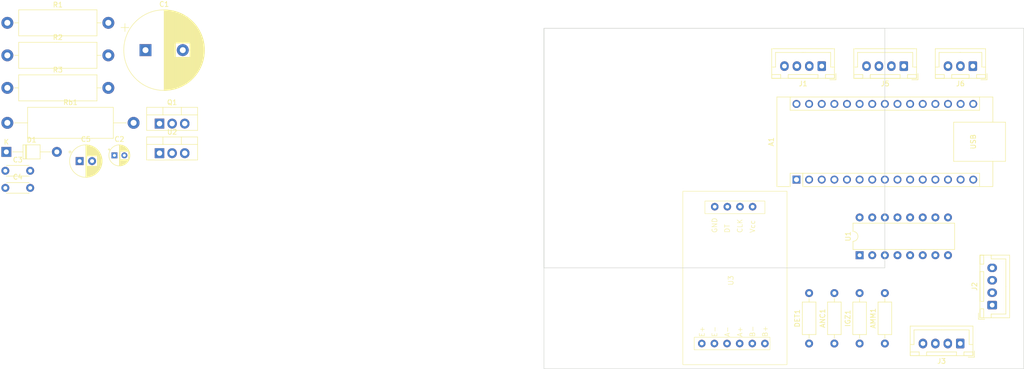
<source format=kicad_pcb>
(kicad_pcb (version 20221018) (generator pcbnew)
  (layers (0 "F.Cu" signal) (31 "B.Cu" signal) (34 "B.Paste" user) (35 "F.Paste" user) (36 "B.SilkS" user "B.Silkscreen") (37 "F.SilkS" user "F.Silkscreen") (38 "B.Mask" user) (39 "F.Mask" user) (44 "Edge.Cuts" user))
  (net 0 "")
  (net 4 "GND")
  (net 5 "Net-(A1-D2)")
  (net 6 "Net-(A1-D3)")
  (net 7 "Net-(A1-D4)")
  (net 8 "Net-(A1-D8)")
  (net 9 "Net-(A1-D9)")
  (net 20 "+9V")
  (net 21 "Net-(U1-QD)")
  (net 22 "Net-(U1-QB)")
  (net 23 "Net-(U1-QA)")
  (net 24 "Net-(U1-QC)")
  (net 26 "+5V")
  (net 27 "+12V")
  (net 28 "Net-(Q1-B)")
  (net 29 "Net-(R1-Pad2)")
  (net 30 "Net-(R2-Pad2)")
  (net 45 "Net-(A1-A1)")
  (net 46 "Net-(A1-A2)")
  (net 47 "Net-(A1-A3)")
  (net 48 "Net-(A1-A4)")
  (net 49 "Net-(A1-A5)")
  (net 50 "Net-(J3-Pin_4)")
  (net 51 "Net-(J3-Pin_2)")
  (net 52 "Net-(J3-Pin_1)")
  (net 53 "Net-(J3-Pin_3)")
  (net 54 "Net-(J2-Pin_1)")
  (net 55 "Net-(J2-Pin_2)")
  (net 56 "Net-(J2-Pin_3)")
  (net 57 "Net-(J2-Pin_4)")
  (footprint "Package_TO_SOT_THT:TO-220-3_Vertical" (layer "F.Cu") (at -49.4 49.68)
    (fp_text reference "Q1" (at 2.54 -4.27) (layer "F.SilkS"))
    (fp_text value "TIP42")
    (pad "1" thru_hole rect (at 0 0) (size 1.905 2) (drill 1.1) (layers "*.Cu" "*.Mask") (net 28 "Net-(Q1-B)"))
    (pad "2" thru_hole oval (at 2.54 0) (size 1.905 2) (drill 1.1) (layers "*.Cu" "*.Mask") (net 26 "+5V"))
    (pad "3" thru_hole oval (at 5.08 0) (size 1.905 2) (drill 1.1) (layers "*.Cu" "*.Mask") (net 27 "+12V"))
  )
  (footprint "Resistor_THT:R_Axial_DIN0617_L17.0mm_D6.0mm_P25.40mm_Horizontal" (layer "F.Cu") (at -80.01 49.53)
    (fp_text reference "Rb1" (at 12.7 -4.12) (layer "F.SilkS"))
    (fp_text value "1.5R")
    (pad "1" thru_hole circle (at 0 0) (size 2.4 2.4) (drill 1.2) (layers "*.Cu" "*.Mask") (net 27 "+12V"))
    (pad "2" thru_hole oval (at 25.4 0) (size 2.4 2.4) (drill 1.2) (layers "*.Cu" "*.Mask") (net 28 "Net-(Q1-B)"))
  )
  (footprint "Resistor_THT:R_Axial_DIN0207_L6.3mm_D2.5mm_P10.16mm_Horizontal" (layer "F.Cu") (at 81.28 93.98 90)
    (fp_text reference "DET1" (at 5.08 -2.37 90) (layer "F.SilkS"))
    (fp_text value "330R")
    (pad "1" thru_hole circle (at 0 0 90) (size 1.6 1.6) (drill 0.8) (layers "*.Cu" "*.Mask") (net 52 "Net-(J3-Pin_1)"))
    (pad "2" thru_hole oval (at 10.16 0 90) (size 1.6 1.6) (drill 0.8) (layers "*.Cu" "*.Mask") (net 23 "Net-(U1-QA)"))
  )
  (footprint "Connector_JST:JST_XH_B4B-XH-A_1x04_P2.50mm_Vertical" (layer "F.Cu") (at 111.68 93.98 180)
    (fp_text reference "J3" (at 3.75 -3.55) (layer "F.SilkS"))
    (fp_text value "Led")
    (pad "1" thru_hole roundrect (at 0 0 180) (size 1.7 1.95) (drill 0.95) (layers "*.Cu" "*.Mask") (roundrect_rratio 0.147059) (net 52 "Net-(J3-Pin_1)"))
    (pad "2" thru_hole oval (at 2.5 0 180) (size 1.7 1.95) (drill 0.95) (layers "*.Cu" "*.Mask") (net 51 "Net-(J3-Pin_2)"))
    (pad "3" thru_hole oval (at 5 0 180) (size 1.7 1.95) (drill 0.95) (layers "*.Cu" "*.Mask") (net 53 "Net-(J3-Pin_3)"))
    (pad "4" thru_hole oval (at 7.5 0 180) (size 1.7 1.95) (drill 0.95) (layers "*.Cu" "*.Mask") (net 50 "Net-(J3-Pin_4)"))
  )
  (footprint "Capacitor_THT:CP_Radial_D6.3mm_P2.50mm" (layer "F.Cu") (at -65.464759 57.23)
    (fp_text reference "C5" (at 1.25 -4.4) (layer "F.SilkS"))
    (fp_text value "470uF")
    (pad "1" thru_hole rect (at 0 0) (size 1.6 1.6) (drill 0.8) (layers "*.Cu" "*.Mask") (net 26 "+5V"))
    (pad "2" thru_hole circle (at 2.5 0) (size 1.6 1.6) (drill 0.8) (layers "*.Cu" "*.Mask") (net 4 "GND"))
  )
  (footprint "Resistor_THT:R_Axial_DIN0207_L6.3mm_D2.5mm_P10.16mm_Horizontal" (layer "F.Cu") (at 91.44 93.98 90)
    (fp_text reference "IGZ1" (at 5.08 -2.37 90) (layer "F.SilkS"))
    (fp_text value "330R")
    (pad "1" thru_hole circle (at 0 0 90) (size 1.6 1.6) (drill 0.8) (layers "*.Cu" "*.Mask") (net 53 "Net-(J3-Pin_3)"))
    (pad "2" thru_hole oval (at 10.16 0 90) (size 1.6 1.6) (drill 0.8) (layers "*.Cu" "*.Mask") (net 24 "Net-(U1-QC)"))
  )
  (footprint "Resistor_THT:R_Axial_DIN0516_L15.5mm_D5.0mm_P20.32mm_Horizontal" (layer "F.Cu") (at -80.01 29.38)
    (fp_text reference "R1" (at 10.16 -3.62) (layer "F.SilkS"))
    (fp_text value "10R")
    (pad "1" thru_hole circle (at 0 0) (size 2.4 2.4) (drill 1.2) (layers "*.Cu" "*.Mask") (net 27 "+12V"))
    (pad "2" thru_hole oval (at 20.32 0) (size 2.4 2.4) (drill 1.2) (layers "*.Cu" "*.Mask") (net 29 "Net-(R1-Pad2)"))
  )
  (footprint "Module:Arduino_Nano" (layer "F.Cu") (at 78.74 60.96 90)
    (fp_text reference "A1" (at 7.62 -5.08 90) (layer "F.SilkS"))
    (fp_text value "Arduino_Nano_v3.x")
    (fp_text user "USB" (at 7.62 35.56 90 unlocked) (layer "F.SilkS"))
    (pad "1" thru_hole rect (at 0 0 90) (size 1.6 1.6) (drill 1) (layers "*.Cu" "*.Mask"))
    (pad "2" thru_hole oval (at 0 2.54 90) (size 1.6 1.6) (drill 1) (layers "*.Cu" "*.Mask"))
    (pad "3" thru_hole oval (at 0 5.08 90) (size 1.6 1.6) (drill 1) (layers "*.Cu" "*.Mask"))
    (pad "4" thru_hole oval (at 0 7.62 90) (size 1.6 1.6) (drill 1) (layers "*.Cu" "*.Mask") (net 4 "GND"))
    (pad "5" thru_hole oval (at 0 10.16 90) (size 1.6 1.6) (drill 1) (layers "*.Cu" "*.Mask") (net 5 "Net-(A1-D2)"))
    (pad "6" thru_hole oval (at 0 12.7 90) (size 1.6 1.6) (drill 1) (layers "*.Cu" "*.Mask") (net 6 "Net-(A1-D3)"))
    (pad "7" thru_hole oval (at 0 15.24 90) (size 1.6 1.6) (drill 1) (layers "*.Cu" "*.Mask") (net 7 "Net-(A1-D4)"))
    (pad "8" thru_hole oval (at 0 17.78 90) (size 1.6 1.6) (drill 1) (layers "*.Cu" "*.Mask"))
    (pad "9" thru_hole oval (at 0 20.32 90) (size 1.6 1.6) (drill 1) (layers "*.Cu" "*.Mask"))
    (pad "10" thru_hole oval (at 0 22.86 90) (size 1.6 1.6) (drill 1) (layers "*.Cu" "*.Mask"))
    (pad "11" thru_hole oval (at 0 25.4 90) (size 1.6 1.6) (drill 1) (layers "*.Cu" "*.Mask") (net 8 "Net-(A1-D8)"))
    (pad "12" thru_hole oval (at 0 27.94 90) (size 1.6 1.6) (drill 1) (layers "*.Cu" "*.Mask") (net 9 "Net-(A1-D9)"))
    (pad "13" thru_hole oval (at 0 30.48 90) (size 1.6 1.6) (drill 1) (layers "*.Cu" "*.Mask"))
    (pad "14" thru_hole oval (at 0 33.02 90) (size 1.6 1.6) (drill 1) (layers "*.Cu" "*.Mask"))
    (pad "15" thru_hole oval (at 0 35.56 90) (size 1.6 1.6) (drill 1) (layers "*.Cu" "*.Mask"))
    (pad "16" thru_hole oval (at 15.24 35.56 90) (size 1.6 1.6) (drill 1) (layers "*.Cu" "*.Mask"))
    (pad "17" thru_hole oval (at 15.24 33.02 90) (size 1.6 1.6) (drill 1) (layers "*.Cu" "*.Mask"))
    (pad "18" thru_hole oval (at 15.24 30.48 90) (size 1.6 1.6) (drill 1) (layers "*.Cu" "*.Mask"))
    (pad "19" thru_hole oval (at 15.24 27.94 90) (size 1.6 1.6) (drill 1) (layers "*.Cu" "*.Mask"))
    (pad "20" thru_hole oval (at 15.24 25.4 90) (size 1.6 1.6) (drill 1) (layers "*.Cu" "*.Mask") (net 45 "Net-(A1-A1)"))
    (pad "21" thru_hole oval (at 15.24 22.86 90) (size 1.6 1.6) (drill 1) (layers "*.Cu" "*.Mask") (net 46 "Net-(A1-A2)"))
    (pad "22" thru_hole oval (at 15.24 20.32 90) (size 1.6 1.6) (drill 1) (layers "*.Cu" "*.Mask") (net 47 "Net-(A1-A3)"))
    (pad "23" thru_hole oval (at 15.24 17.78 90) (size 1.6 1.6) (drill 1) (layers "*.Cu" "*.Mask") (net 48 "Net-(A1-A4)"))
    (pad "24" thru_hole oval (at 15.24 15.24 90) (size 1.6 1.6) (drill 1) (layers "*.Cu" "*.Mask") (net 49 "Net-(A1-A5)"))
    (pad "25" thru_hole oval (at 15.24 12.7 90) (size 1.6 1.6) (drill 1) (layers "*.Cu" "*.Mask"))
    (pad "26" thru_hole oval (at 15.24 10.16 90) (size 1.6 1.6) (drill 1) (layers "*.Cu" "*.Mask"))
    (pad "27" thru_hole oval (at 15.24 7.62 90) (size 1.6 1.6) (drill 1) (layers "*.Cu" "*.Mask"))
    (pad "28" thru_hole oval (at 15.24 5.08 90) (size 1.6 1.6) (drill 1) (layers "*.Cu" "*.Mask"))
    (pad "29" thru_hole oval (at 15.24 2.54 90) (size 1.6 1.6) (drill 1) (layers "*.Cu" "*.Mask") (net 4 "GND"))
    (pad "30" thru_hole oval (at 15.24 0 90) (size 1.6 1.6) (drill 1) (layers "*.Cu" "*.Mask") (net 20 "+9V"))
  )
  (footprint "Package_DIP:DIP-16_W7.62mm" (layer "F.Cu") (at 91.44 76.2 90)
    (fp_text reference "U1" (at 3.81 -2.33 90) (layer "F.SilkS"))
    (fp_text value "74HC595")
    (pad "1" thru_hole rect (at 0 0 90) (size 1.6 1.6) (drill 0.8) (layers "*.Cu" "*.Mask") (net 22 "Net-(U1-QB)"))
    (pad "2" thru_hole oval (at 0 2.54 90) (size 1.6 1.6) (drill 0.8) (layers "*.Cu" "*.Mask") (net 24 "Net-(U1-QC)"))
    (pad "3" thru_hole oval (at 0 5.08 90) (size 1.6 1.6) (drill 0.8) (layers "*.Cu" "*.Mask") (net 21 "Net-(U1-QD)"))
    (pad "4" thru_hole oval (at 0 7.62 90) (size 1.6 1.6) (drill 0.8) (layers "*.Cu" "*.Mask") (net 54 "Net-(J2-Pin_1)"))
    (pad "5" thru_hole oval (at 0 10.16 90) (size 1.6 1.6) (drill 0.8) (layers "*.Cu" "*.Mask") (net 55 "Net-(J2-Pin_2)"))
    (pad "6" thru_hole oval (at 0 12.7 90) (size 1.6 1.6) (drill 0.8) (layers "*.Cu" "*.Mask") (net 56 "Net-(J2-Pin_3)"))
    (pad "7" thru_hole oval (at 0 15.24 90) (size 1.6 1.6) (drill 0.8) (layers "*.Cu" "*.Mask") (net 57 "Net-(J2-Pin_4)"))
    (pad "8" thru_hole oval (at 0 17.78 90) (size 1.6 1.6) (drill 0.8) (layers "*.Cu" "*.Mask") (net 4 "GND"))
    (pad "9" thru_hole oval (at 7.62 17.78 90) (size 1.6 1.6) (drill 0.8) (layers "*.Cu" "*.Mask"))
    (pad "10" thru_hole oval (at 7.62 15.24 90) (size 1.6 1.6) (drill 0.8) (layers "*.Cu" "*.Mask") (net 26 "+5V"))
    (pad "11" thru_hole oval (at 7.62 12.7 90) (size 1.6 1.6) (drill 0.8) (layers "*.Cu" "*.Mask") (net 6 "Net-(A1-D3)"))
    (pad "12" thru_hole oval (at 7.62 10.16 90) (size 1.6 1.6) (drill 0.8) (layers "*.Cu" "*.Mask") (net 7 "Net-(A1-D4)"))
    (pad "13" thru_hole oval (at 7.62 7.62 90) (size 1.6 1.6) (drill 0.8) (layers "*.Cu" "*.Mask") (net 4 "GND"))
    (pad "14" thru_hole oval (at 7.62 5.08 90) (size 1.6 1.6) (drill 0.8) (layers "*.Cu" "*.Mask") (net 5 "Net-(A1-D2)"))
    (pad "15" thru_hole oval (at 7.62 2.54 90) (size 1.6 1.6) (drill 0.8) (layers "*.Cu" "*.Mask") (net 23 "Net-(U1-QA)"))
    (pad "16" thru_hole oval (at 7.62 0 90) (size 1.6 1.6) (drill 0.8) (layers "*.Cu" "*.Mask") (net 26 "+5V"))
  )
  (footprint "Diode_THT:D_T-1_P10.16mm_Horizontal" (layer "F.Cu") (at -80.21 55.38)
    (fp_text reference "D1" (at 5.08 -2.42) (layer "F.SilkS"))
    (fp_text value "9V1")
    (fp_text user "K" (at 0 -2) (layer "F.SilkS"))
    (pad "1" thru_hole rect (at 0 0) (size 2 2) (drill 1) (layers "*.Cu" "*.Mask") (net 20 "+9V"))
    (pad "2" thru_hole oval (at 10.16 0) (size 2 2) (drill 1) (layers "*.Cu" "*.Mask") (net 4 "GND"))
  )
  (footprint "Connector_JST:JST_XH_B3B-XH-A_1x03_P2.50mm_Vertical" (layer "F.Cu") (at 114.22 38.1 180)
    (fp_text reference "J6" (at 2.5 -3.55) (layer "F.SilkS"))
    (fp_text value "CTRL")
    (pad "1" thru_hole roundrect (at 0 0 180) (size 1.7 1.95) (drill 0.95) (layers "*.Cu" "*.Mask") (roundrect_rratio 0.147059) (net 45 "Net-(A1-A1)"))
    (pad "2" thru_hole oval (at 2.5 0 180) (size 1.7 1.95) (drill 0.95) (layers "*.Cu" "*.Mask") (net 46 "Net-(A1-A2)"))
    (pad "3" thru_hole oval (at 5 0 180) (size 1.7 1.95) (drill 0.95) (layers "*.Cu" "*.Mask") (net 47 "Net-(A1-A3)"))
  )
  (footprint "Capacitor_THT:CP_Radial_D4.0mm_P2.00mm" (layer "F.Cu") (at -58.465199 56.08)
    (fp_text reference "C2" (at 1 -3.25) (layer "F.SilkS"))
    (fp_text value "330pF")
    (pad "1" thru_hole rect (at 0 0) (size 1.2 1.2) (drill 0.6) (layers "*.Cu" "*.Mask") (net 28 "Net-(Q1-B)"))
    (pad "2" thru_hole circle (at 2 0) (size 1.2 1.2) (drill 0.6) (layers "*.Cu" "*.Mask") (net 4 "GND"))
  )
  (footprint "Resistor_THT:R_Axial_DIN0207_L6.3mm_D2.5mm_P10.16mm_Horizontal" (layer "F.Cu") (at 96.52 93.98 90)
    (fp_text reference "AMM1" (at 5.08 -2.37 90) (layer "F.SilkS"))
    (fp_text value "330R")
    (pad "1" thru_hole circle (at 0 0 90) (size 1.6 1.6) (drill 0.8) (layers "*.Cu" "*.Mask") (net 50 "Net-(J3-Pin_4)"))
    (pad "2" thru_hole oval (at 10.16 0 90) (size 1.6 1.6) (drill 0.8) (layers "*.Cu" "*.Mask") (net 21 "Net-(U1-QD)"))
  )
  (footprint "Package_TO_SOT_THT:TO-220-3_Vertical" (layer "F.Cu") (at -49.4 55.64)
    (fp_text reference "U2" (at 2.54 -4.27) (layer "F.SilkS"))
    (fp_text value "LM7805_TO220")
    (pad "1" thru_hole rect (at 0 0) (size 1.905 2) (drill 1.1) (layers "*.Cu" "*.Mask") (net 28 "Net-(Q1-B)"))
    (pad "2" thru_hole oval (at 2.54 0) (size 1.905 2) (drill 1.1) (layers "*.Cu" "*.Mask") (net 4 "GND"))
    (pad "3" thru_hole oval (at 5.08 0) (size 1.905 2) (drill 1.1) (layers "*.Cu" "*.Mask") (net 26 "+5V"))
  )
  (footprint "Resistor_THT:R_Axial_DIN0516_L15.5mm_D5.0mm_P20.32mm_Horizontal" (layer "F.Cu") (at -80.01 42.48)
    (fp_text reference "R3" (at 10.16 -3.62) (layer "F.SilkS"))
    (fp_text value "10R")
    (pad "1" thru_hole circle (at 0 0) (size 2.4 2.4) (drill 1.2) (layers "*.Cu" "*.Mask") (net 30 "Net-(R2-Pad2)"))
    (pad "2" thru_hole oval (at 20.32 0) (size 2.4 2.4) (drill 1.2) (layers "*.Cu" "*.Mask") (net 20 "+9V"))
  )
  (footprint "Connector_JST:JST_XH_B4B-XH-A_1x04_P2.50mm_Vertical" (layer "F.Cu") (at 83.82 38.1 180)
    (fp_text reference "J1" (at 3.75 -3.55) (layer "F.SilkS"))
    (fp_text value "Stepper1")
    (pad "1" thru_hole roundrect (at 0 0 180) (size 1.7 1.95) (drill 0.95) (layers "*.Cu" "*.Mask") (roundrect_rratio 0.147059))
    (pad "2" thru_hole oval (at 2.5 0 180) (size 1.7 1.95) (drill 0.95) (layers "*.Cu" "*.Mask"))
    (pad "3" thru_hole oval (at 5 0 180) (size 1.7 1.95) (drill 0.95) (layers "*.Cu" "*.Mask"))
    (pad "4" thru_hole oval (at 7.5 0 180) (size 1.7 1.95) (drill 0.95) (layers "*.Cu" "*.Mask"))
  )
  (footprint "Resistor_THT:R_Axial_DIN0516_L15.5mm_D5.0mm_P20.32mm_Horizontal" (layer "F.Cu") (at -80.01 35.93)
    (fp_text reference "R2" (at 10.16 -3.62) (layer "F.SilkS"))
    (fp_text value "5R")
    (pad "1" thru_hole circle (at 0 0) (size 2.4 2.4) (drill 1.2) (layers "*.Cu" "*.Mask") (net 29 "Net-(R1-Pad2)"))
    (pad "2" thru_hole oval (at 20.32 0) (size 2.4 2.4) (drill 1.2) (layers "*.Cu" "*.Mask") (net 30 "Net-(R2-Pad2)"))
  )
  (footprint "Connector_JST:JST_XH_B4B-XH-A_1x04_P2.50mm_Vertical" (layer "F.Cu") (at 118.11 86.24 90)
    (fp_text reference "J2" (at 3.75 -3.55 90) (layer "F.SilkS"))
    (fp_text value "Relay")
    (pad "1" thru_hole roundrect (at 0 0 90) (size 1.7 1.95) (drill 0.95) (layers "*.Cu" "*.Mask") (roundrect_rratio 0.147059) (net 54 "Net-(J2-Pin_1)"))
    (pad "2" thru_hole oval (at 2.5 0 90) (size 1.7 1.95) (drill 0.95) (layers "*.Cu" "*.Mask") (net 55 "Net-(J2-Pin_2)"))
    (pad "3" thru_hole oval (at 5 0 90) (size 1.7 1.95) (drill 0.95) (layers "*.Cu" "*.Mask") (net 56 "Net-(J2-Pin_3)"))
    (pad "4" thru_hole oval (at 7.5 0 90) (size 1.7 1.95) (drill 0.95) (layers "*.Cu" "*.Mask") (net 57 "Net-(J2-Pin_4)"))
  )
  (footprint "Capacitor_THT:C_Disc_D4.3mm_W1.9mm_P5.00mm" (layer "F.Cu") (at -80.41 59.18)
    (fp_text reference "C3" (at 2.5 -2.2) (layer "F.SilkS"))
    (fp_text value "100pF")
    (pad "1" thru_hole circle (at 0 0) (size 1.6 1.6) (drill 0.8) (layers "*.Cu" "*.Mask") (net 20 "+9V"))
    (pad "2" thru_hole circle (at 5 0) (size 1.6 1.6) (drill 0.8) (layers "*.Cu" "*.Mask") (net 4 "GND"))
  )
  (footprint "Capacitor_THT:CP_Radial_D16.0mm_P7.50mm" (layer "F.Cu") (at -52.215509 34.88)
    (fp_text reference "C1" (at 3.75 -9.25) (layer "F.SilkS"))
    (fp_text value "1000uF")
    (pad "1" thru_hole rect (at 0 0) (size 2.4 2.4) (drill 1.2) (layers "*.Cu" "*.Mask") (net 27 "+12V"))
    (pad "2" thru_hole circle (at 7.5 0) (size 2.4 2.4) (drill 1.2) (layers "*.Cu" "*.Mask") (net 4 "GND"))
  )
  (footprint "dag:HX711" (layer "F.Cu") (at 66.04 81.28 90)
    (fp_text reference "U3" (at 0 -0.5 90 unlocked) (layer "F.SilkS") (effects (font (thickness 0.1))))
    (fp_text value "~")
    (fp_text user "DT" (at 9.525 -0.635 90 unlocked) (layer "F.SilkS") (effects (font (thickness 0.1)) (justify left bottom)))
    (fp_text user "A+" (at -11.43 1.905 90 unlocked) (layer "F.SilkS") (effects (font (thickness 0.1)) (justify left bottom)))
    (fp_text user "E-" (at -11.43 -3.175 90 unlocked) (layer "F.SilkS") (effects (font (thickness 0.1)) (justify left bottom)))
    (fp_text user "Vcc" (at 9.525 4.445 90 unlocked) (layer "F.SilkS") (effects (font (thickness 0.1)) (justify left bottom)))
    (fp_text user "B+" (at -11.43 6.985 90 unlocked) (layer "F.SilkS") (effects (font (thickness 0.1)) (justify left bottom)))
    (fp_text user "E+" (at -11.43 -5.715 90 unlocked) (layer "F.SilkS") (effects (font (thickness 0.1)) (justify left bottom)))
    (fp_text user "CLK" (at 9.525 1.905 90 unlocked) (layer "F.SilkS") (effects (font (thickness 0.1)) (justify left bottom)))
    (fp_text user "A-" (at -11.43 -0.635 90 unlocked) (layer "F.SilkS") (effects (font (thickness 0.1)) (justify left bottom)))
    (fp_text user "B-" (at -11.43 4.445 90 unlocked) (layer "F.SilkS") (effects (font (thickness 0.1)) (justify left bottom)))
    (fp_text user "GND" (at 9.525 -3.175 90 unlocked) (layer "F.SilkS") (effects (font (thickness 0.1)) (justify left bottom)))
    (pad "1" thru_hole circle (at 14.859 -3.7465 90) (size 1.524 1.524) (drill 0.762) (layers "*.Cu" "*.Mask") (net 4 "GND"))
    (pad "2" thru_hole circle (at 14.859 -1.2065 90) (size 1.524 1.524) (drill 0.762) (layers "*.Cu" "*.Mask") (net 8 "Net-(A1-D8)"))
    (pad "3" thru_hole circle (at 14.859 1.3335 90) (size 1.524 1.524) (drill 0.762) (layers "*.Cu" "*.Mask") (net 9 "Net-(A1-D9)"))
    (pad "4" thru_hole circle (at 14.859 3.8735 90) (size 1.524 1.524) (drill 0.762) (layers "*.Cu" "*.Mask") (net 26 "+5V"))
    (pad "5" thru_hole circle (at -12.7 -6.35 90) (size 1.524 1.524) (drill 0.762) (layers "*.Cu" "*.Mask"))
    (pad "6" thru_hole circle (at -12.7 -3.81 90) (size 1.524 1.524) (drill 0.762) (layers "*.Cu" "*.Mask"))
    (pad "7" thru_hole circle (at -12.7 -1.27 90) (size 1.524 1.524) (drill 0.762) (layers "*.Cu" "*.Mask"))
    (pad "8" thru_hole circle (at -12.7 1.27 90) (size 1.524 1.524) (drill 0.762) (layers "*.Cu" "*.Mask"))
    (pad "9" thru_hole circle (at -12.7 3.81 90) (size 1.524 1.524) (drill 0.762) (layers "*.Cu" "*.Mask"))
    (pad "10" thru_hole circle (at -12.7 6.35 90) (size 1.524 1.524) (drill 0.762) (layers "*.Cu" "*.Mask"))
  )
  (footprint "Connector_JST:JST_XH_B4B-XH-A_1x04_P2.50mm_Vertical" (layer "F.Cu") (at 100.33 38.1 180)
    (fp_text reference "J5" (at 3.75 -3.55) (layer "F.SilkS"))
    (fp_text value "LCD")
    (pad "1" thru_hole roundrect (at 0 0 180) (size 1.7 1.95) (drill 0.95) (layers "*.Cu" "*.Mask") (roundrect_rratio 0.147059) (net 26 "+5V"))
    (pad "2" thru_hole oval (at 2.5 0 180) (size 1.7 1.95) (drill 0.95) (layers "*.Cu" "*.Mask") (net 48 "Net-(A1-A4)"))
    (pad "3" thru_hole oval (at 5 0 180) (size 1.7 1.95) (drill 0.95) (layers "*.Cu" "*.Mask") (net 49 "Net-(A1-A5)"))
    (pad "4" thru_hole oval (at 7.5 0 180) (size 1.7 1.95) (drill 0.95) (layers "*.Cu" "*.Mask") (net 4 "GND"))
  )
  (footprint "Resistor_THT:R_Axial_DIN0207_L6.3mm_D2.5mm_P10.16mm_Horizontal" (layer "F.Cu") (at 86.36 93.98 90)
    (fp_text reference "ANC1" (at 5.08 -2.37 90) (layer "F.SilkS"))
    (fp_text value "330R")
    (pad "1" thru_hole circle (at 0 0 90) (size 1.6 1.6) (drill 0.8) (layers "*.Cu" "*.Mask") (net 51 "Net-(J3-Pin_2)"))
    (pad "2" thru_hole oval (at 10.16 0 90) (size 1.6 1.6) (drill 0.8) (layers "*.Cu" "*.Mask") (net 22 "Net-(U1-QB)"))
  )
  (footprint "Capacitor_THT:C_Disc_D4.3mm_W1.9mm_P5.00mm" (layer "F.Cu") (at -80.41 62.63)
    (fp_text reference "C4" (at 2.5 -2.2) (layer "F.SilkS"))
    (fp_text value "100pF")
    (pad "1" thru_hole circle (at 0 0) (size 1.6 1.6) (drill 0.8) (layers "*.Cu" "*.Mask") (net 26 "+5V"))
    (pad "2" thru_hole circle (at 5 0) (size 1.6 1.6) (drill 0.8) (layers "*.Cu" "*.Mask") (net 4 "GND"))
  )
  (gr_rect locked (start 27.94 30.48) (end 124.46 99.06) (stroke (width 0.1)) (fill none) (layer "Edge.Cuts"))
  (gr_rect locked (start 27.94 30.48) (end 96.52 78.74) (stroke (width 0.1)) (fill none) (layer "Edge.Cuts"))
)
</source>
